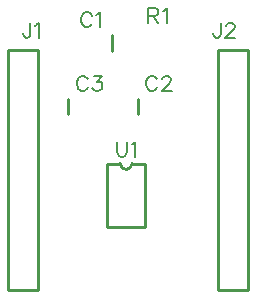
<source format=gbr>
G04 DipTrace 3.1.0.1*
G04 TopSilk.gbr*
%MOIN*%
G04 #@! TF.FileFunction,Legend,Top*
G04 #@! TF.Part,Single*
%ADD10C,0.009843*%
%ADD34C,0.00772*%
%FSLAX26Y26*%
G04*
G70*
G90*
G75*
G01*
G04 TopSilk*
%LPD*%
X747790Y1344497D2*
D10*
Y1293356D1*
X833801Y1080835D2*
Y1131976D1*
X602571Y1080856D2*
Y1131997D1*
X500251Y1293963D2*
X400249D1*
Y494037D1*
X500251D1*
Y1293963D1*
X1100248Y494037D2*
X1200249D1*
Y1293963D1*
X1100248D1*
Y494037D1*
X732622Y916910D2*
Y704310D1*
X858594Y916910D2*
Y704310D1*
X732622D2*
X858594D1*
X732622Y916910D2*
X775919D1*
X815296D2*
X858594D1*
X775919D2*
G03X815296Y916910I19689J23D01*
G01*
X681132Y1409739D2*
D34*
X678755Y1414492D1*
X673947Y1419301D1*
X669194Y1421677D1*
X659632D1*
X654824Y1419301D1*
X650071Y1414492D1*
X647639Y1409739D1*
X645262Y1402554D1*
Y1390560D1*
X647639Y1383431D1*
X650071Y1378622D1*
X654824Y1373869D1*
X659632Y1371437D1*
X669194D1*
X673947Y1373869D1*
X678755Y1378622D1*
X681132Y1383431D1*
X696571Y1412060D2*
X701380Y1414492D1*
X708565Y1421622D1*
Y1371437D1*
X898146Y1197218D2*
X895769Y1201971D1*
X890961Y1206780D1*
X886208Y1209156D1*
X876646D1*
X871838Y1206780D1*
X867084Y1201971D1*
X864652Y1197218D1*
X862276Y1190033D1*
Y1178039D1*
X864652Y1170910D1*
X867084Y1166101D1*
X871838Y1161348D1*
X876646Y1158916D1*
X886208D1*
X890961Y1161348D1*
X895769Y1166101D1*
X898146Y1170910D1*
X916017Y1197163D2*
Y1199539D1*
X918394Y1204348D1*
X920770Y1206724D1*
X925579Y1209101D1*
X935140D1*
X939893Y1206724D1*
X942270Y1204348D1*
X944702Y1199539D1*
Y1194786D1*
X942270Y1189978D1*
X937517Y1182848D1*
X913585Y1158916D1*
X947078D1*
X666916Y1197239D2*
X664540Y1201992D1*
X659731Y1206801D1*
X654978Y1209177D1*
X645416D1*
X640608Y1206801D1*
X635855Y1201992D1*
X633423Y1197239D1*
X631046Y1190054D1*
Y1178060D1*
X633423Y1170931D1*
X635855Y1166122D1*
X640608Y1161369D1*
X645416Y1158937D1*
X654978D1*
X659731Y1161369D1*
X664540Y1166122D1*
X666916Y1170931D1*
X687164Y1209122D2*
X713417D1*
X699102Y1189999D1*
X706287D1*
X711040Y1187622D1*
X713417Y1185245D1*
X715849Y1178060D1*
Y1173307D1*
X713417Y1166122D1*
X708664Y1161314D1*
X701479Y1158937D1*
X694294D1*
X687164Y1161314D1*
X684787Y1163746D1*
X682355Y1168499D1*
X475959Y1386121D2*
Y1347874D1*
X473583Y1340689D1*
X471151Y1338313D1*
X466398Y1335881D1*
X461589D1*
X456836Y1338313D1*
X454460Y1340689D1*
X452028Y1347874D1*
Y1352627D1*
X491399Y1376504D2*
X496207Y1378936D1*
X503392Y1386065D1*
Y1335881D1*
X1110288Y1386121D2*
Y1347874D1*
X1107912Y1340689D1*
X1105480Y1338313D1*
X1100727Y1335881D1*
X1095918D1*
X1091165Y1338313D1*
X1088788Y1340689D1*
X1086357Y1347874D1*
Y1352627D1*
X1128159Y1374127D2*
Y1376504D1*
X1130536Y1381312D1*
X1132913Y1383689D1*
X1137721Y1386065D1*
X1147283D1*
X1152036Y1383689D1*
X1154412Y1381312D1*
X1156844Y1376504D1*
Y1371751D1*
X1154412Y1366942D1*
X1149659Y1359812D1*
X1125728Y1335881D1*
X1159221D1*
X869620Y1410245D2*
X891119D1*
X898305Y1412677D1*
X900736Y1415054D1*
X903113Y1419807D1*
Y1424616D1*
X900736Y1429369D1*
X898305Y1431801D1*
X891119Y1434177D1*
X869620D1*
Y1383937D1*
X886366Y1410245D2*
X903113Y1383937D1*
X918552Y1424560D2*
X923361Y1426992D1*
X930546Y1434122D1*
Y1383937D1*
X765145Y990133D2*
Y954263D1*
X767521Y947078D1*
X772330Y942325D1*
X779515Y939893D1*
X784268D1*
X791453Y942325D1*
X796261Y947078D1*
X798638Y954263D1*
Y990133D1*
X814077Y980516D2*
X818886Y982948D1*
X826071Y990078D1*
Y939893D1*
M02*

</source>
